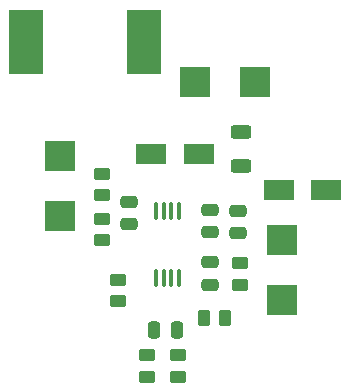
<source format=gbr>
%TF.GenerationSoftware,KiCad,Pcbnew,6.0.4-6f826c9f35~116~ubuntu20.04.1*%
%TF.CreationDate,2022-04-06T12:52:50+00:00*%
%TF.ProjectId,SOLARMINI01B,534f4c41-524d-4494-9e49-3031422e6b69,rev?*%
%TF.SameCoordinates,Original*%
%TF.FileFunction,Paste,Bot*%
%TF.FilePolarity,Positive*%
%FSLAX46Y46*%
G04 Gerber Fmt 4.6, Leading zero omitted, Abs format (unit mm)*
G04 Created by KiCad (PCBNEW 6.0.4-6f826c9f35~116~ubuntu20.04.1) date 2022-04-06 12:52:50*
%MOMM*%
%LPD*%
G01*
G04 APERTURE LIST*
G04 Aperture macros list*
%AMRoundRect*
0 Rectangle with rounded corners*
0 $1 Rounding radius*
0 $2 $3 $4 $5 $6 $7 $8 $9 X,Y pos of 4 corners*
0 Add a 4 corners polygon primitive as box body*
4,1,4,$2,$3,$4,$5,$6,$7,$8,$9,$2,$3,0*
0 Add four circle primitives for the rounded corners*
1,1,$1+$1,$2,$3*
1,1,$1+$1,$4,$5*
1,1,$1+$1,$6,$7*
1,1,$1+$1,$8,$9*
0 Add four rect primitives between the rounded corners*
20,1,$1+$1,$2,$3,$4,$5,0*
20,1,$1+$1,$4,$5,$6,$7,0*
20,1,$1+$1,$6,$7,$8,$9,0*
20,1,$1+$1,$8,$9,$2,$3,0*%
G04 Aperture macros list end*
%ADD10R,2.550160X2.499360*%
%ADD11RoundRect,0.250000X-0.450000X0.262500X-0.450000X-0.262500X0.450000X-0.262500X0.450000X0.262500X0*%
%ADD12RoundRect,0.250000X0.475000X-0.250000X0.475000X0.250000X-0.475000X0.250000X-0.475000X-0.250000X0*%
%ADD13RoundRect,0.250000X-0.250000X-0.475000X0.250000X-0.475000X0.250000X0.475000X-0.250000X0.475000X0*%
%ADD14R,2.499360X2.550160*%
%ADD15RoundRect,0.250000X-0.262500X-0.450000X0.262500X-0.450000X0.262500X0.450000X-0.262500X0.450000X0*%
%ADD16RoundRect,0.250000X-0.475000X0.250000X-0.475000X-0.250000X0.475000X-0.250000X0.475000X0.250000X0*%
%ADD17R,2.500000X1.800000*%
%ADD18RoundRect,0.250000X-0.625000X0.312500X-0.625000X-0.312500X0.625000X-0.312500X0.625000X0.312500X0*%
%ADD19RoundRect,0.100000X-0.100000X0.637500X-0.100000X-0.637500X0.100000X-0.637500X0.100000X0.637500X0*%
%ADD20RoundRect,0.250000X0.450000X-0.262500X0.450000X0.262500X-0.450000X0.262500X-0.450000X-0.262500X0*%
%ADD21R,3.000000X5.500000*%
G04 APERTURE END LIST*
D10*
%TO.C,C7*%
X31496000Y29083000D03*
X26446480Y29083000D03*
%TD*%
D11*
%TO.C,R1*%
X18542000Y21359500D03*
X18542000Y19534500D03*
%TD*%
D12*
%TO.C,C8*%
X27686000Y11938000D03*
X27686000Y13838000D03*
%TD*%
D13*
%TO.C,C3*%
X22992000Y8128000D03*
X24892000Y8128000D03*
%TD*%
D11*
%TO.C,R8*%
X30226000Y13763000D03*
X30226000Y11938000D03*
%TD*%
D14*
%TO.C,C1*%
X14986000Y22844760D03*
X14986000Y17795240D03*
%TD*%
D15*
%TO.C,R7*%
X27178000Y9144000D03*
X29003000Y9144000D03*
%TD*%
D16*
%TO.C,C4*%
X27686000Y18283000D03*
X27686000Y16383000D03*
%TD*%
%TO.C,C5*%
X30099000Y18222000D03*
X30099000Y16322000D03*
%TD*%
D17*
%TO.C,D2*%
X33560000Y19939000D03*
X37560000Y19939000D03*
%TD*%
D18*
%TO.C,R6*%
X30353000Y24896000D03*
X30353000Y21971000D03*
%TD*%
D17*
%TO.C,D1*%
X26765000Y22987000D03*
X22765000Y22987000D03*
%TD*%
D11*
%TO.C,R2*%
X18542000Y17526000D03*
X18542000Y15701000D03*
%TD*%
D19*
%TO.C,U1*%
X23155000Y18229500D03*
X23805000Y18229500D03*
X24455000Y18229500D03*
X25105000Y18229500D03*
X25105000Y12504500D03*
X24455000Y12504500D03*
X23805000Y12504500D03*
X23155000Y12504500D03*
%TD*%
D11*
%TO.C,R5*%
X25019000Y5992500D03*
X25019000Y4167500D03*
%TD*%
D20*
%TO.C,R3*%
X19939000Y10541000D03*
X19939000Y12366000D03*
%TD*%
D11*
%TO.C,R4*%
X22352000Y5992500D03*
X22352000Y4167500D03*
%TD*%
D16*
%TO.C,C2*%
X20828000Y18984000D03*
X20828000Y17084000D03*
%TD*%
D14*
%TO.C,C6*%
X33782000Y15732760D03*
X33782000Y10683240D03*
%TD*%
D21*
%TO.C,L1*%
X12145000Y32512000D03*
X22145000Y32512000D03*
%TD*%
M02*

</source>
